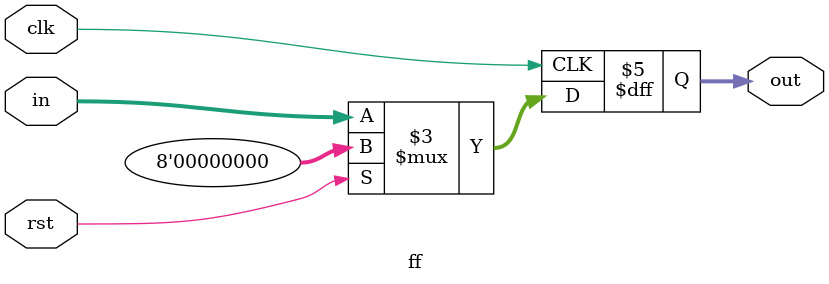
<source format=v>
module ff(clk, in, out, rst);

parameter bw = 8;

input clk;
input [bw-1:0] in;
output reg [bw-1:0] out;
input rst;


always@(posedge clk) begin

	if(rst) out <= {(bw){1'b0}};
	else out <= in;

end
endmodule

</source>
